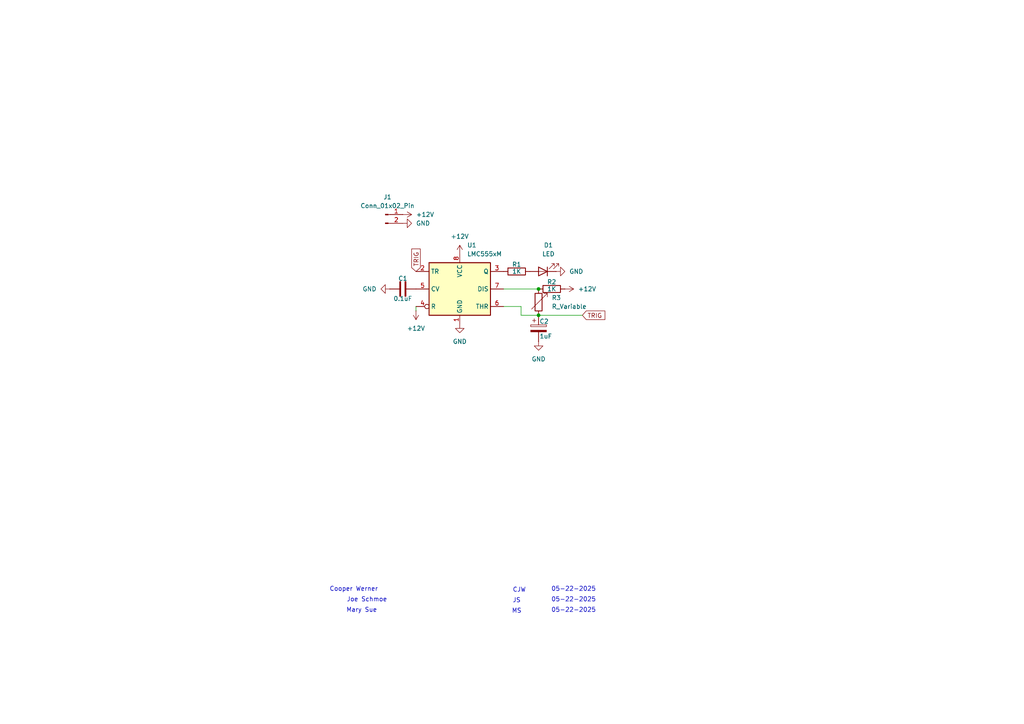
<source format=kicad_sch>
(kicad_sch (version 20250114) (generator "eeschema") (generator_version "9.0")
  (paper "A4")
  (title_block (title "555 LED Blinker") (date "2025-05-22") (rev "1") (comment 1 "This is a Comment.") (comment 2 "This schematic looks good!"))
  (lib_symbols
    (symbol "Connector:Conn_01x02_Pin" (pin_names (offset 1.016) (hide yes))
      (property "Reference" "J" (at 0 2.54 0))
      (property "Value" "Conn_01x02_Pin" (at 0 -5.08 0))
      (symbol "Conn_01x02_Pin_1_1"
        (rectangle (start 0.8636 0.127) (end 0 -0.127) (stroke (width 0.1524)) (fill (type outline)))
        (rectangle (start 0.8636 -2.413) (end 0 -2.667) (stroke (width 0.1524)) (fill (type outline)))
        (polyline (pts (xy 1.27 0) (xy 0.8636 0)) (stroke (width 0.1524)))
        (polyline (pts (xy 1.27 -2.54) (xy 0.8636 -2.54)) (stroke (width 0.1524)))
        (pin passive line (at 5.08 0 180) (length 3.81) (name "Pin_1") (number "1"))
        (pin passive line (at 5.08 -2.54 180) (length 3.81) (name "Pin_2") (number "2"))
      )
    )
    (symbol "Device:C" (pin_numbers (hide yes)) (pin_names (offset 0.254))
      (property "Reference" "C" (at 0.635 2.54 0))
      (property "Value" "C" (at 0.635 -2.54 0))
      (symbol "C_0_1"
        (polyline (pts (xy -2.032 0.762) (xy 2.032 0.762)) (stroke (width 0.508)))
        (polyline (pts (xy -2.032 -0.762) (xy 2.032 -0.762)) (stroke (width 0.508)))
      )
      (symbol "C_1_1"
        (pin passive line (at 0 3.81 270) (length 2.794) (name "~") (number "1"))
        (pin passive line (at 0 -3.81 90) (length 2.794) (name "~") (number "2"))
      )
    )
    (symbol "Device:C_Polarized" (pin_numbers (hide yes)) (pin_names (offset 0.254))
      (property "Reference" "C" (at 0.635 2.54 0))
      (property "Value" "C_Polarized" (at 0.635 -2.54 0))
      (symbol "C_Polarized_0_1"
        (rectangle (start -2.286 0.508) (end 2.286 1.016))
        (polyline (pts (xy -1.778 2.286) (xy -0.762 2.286)))
        (polyline (pts (xy -1.27 2.794) (xy -1.27 1.778)))
        (rectangle (start 2.286 -0.508) (end -2.286 -1.016) (fill (type outline)))
      )
      (symbol "C_Polarized_1_1"
        (pin passive line (at 0 3.81 270) (length 2.794) (name "~") (number "1"))
        (pin passive line (at 0 -3.81 90) (length 2.794) (name "~") (number "2"))
      )
    )
    (symbol "Device:LED" (pin_numbers (hide yes)) (pin_names (offset 1.016) (hide yes))
      (property "Reference" "D" (at 0 2.54 0))
      (property "Value" "LED" (at 0 -2.54 0))
      (symbol "LED_0_1"
        (polyline (pts (xy -3.048 -0.762) (xy -4.572 -2.286) (xy -3.81 -2.286) (xy -4.572 -2.286) (xy -4.572 -1.524)))
        (polyline (pts (xy -1.778 -0.762) (xy -3.302 -2.286) (xy -2.54 -2.286) (xy -3.302 -2.286) (xy -3.302 -1.524)))
        (polyline (pts (xy -1.27 0) (xy 1.27 0)))
        (polyline (pts (xy -1.27 -1.27) (xy -1.27 1.27)) (stroke (width 0.254)))
        (polyline (pts (xy 1.27 -1.27) (xy 1.27 1.27) (xy -1.27 0) (xy 1.27 -1.27)) (stroke (width 0.254)))
      )
      (symbol "LED_1_1"
        (pin passive line (at -3.81 0 0) (length 2.54) (name "K") (number "1"))
        (pin passive line (at 3.81 0 180) (length 2.54) (name "A") (number "2"))
      )
    )
    (symbol "Device:R" (pin_numbers (hide yes)) (pin_names (offset 0))
      (property "Reference" "R" (at 2.032 0 90))
      (property "Value" "R" (at 0 0 90))
      (symbol "R_0_1"
        (rectangle (start -1.016 -2.54) (end 1.016 2.54) (stroke (width 0.254)))
      )
      (symbol "R_1_1"
        (pin passive line (at 0 3.81 270) (length 1.27) (name "~") (number "1"))
        (pin passive line (at 0 -3.81 90) (length 1.27) (name "~") (number "2"))
      )
    )
    (symbol "Device:R_Variable" (pin_numbers (hide yes)) (pin_names (offset 0))
      (property "Reference" "R" (at 2.54 -2.54 90))
      (property "Value" "R_Variable" (at -2.54 -1.27 90))
      (symbol "R_Variable_0_1"
        (rectangle (start -1.016 -2.54) (end 1.016 2.54) (stroke (width 0.254)))
        (polyline (pts (xy 2.54 1.524) (xy 2.54 2.54) (xy 1.524 2.54) (xy 2.54 2.54) (xy -2.032 -2.032)))
      )
      (symbol "R_Variable_1_1"
        (pin passive line (at 0 3.81 270) (length 1.27) (name "~") (number "1"))
        (pin passive line (at 0 -3.81 90) (length 1.27) (name "~") (number "2"))
      )
    )
    (symbol "Timer:LMC555xM"
      (property "Reference" "U" (at -10.16 8.89 0))
      (property "Value" "LMC555xM" (at 2.54 8.89 0))
      (symbol "LMC555xM_0_0"
        (pin power_in line (at 0 10.16 270) (length 2.54) (name "VCC") (number "8"))
        (pin power_in line (at 0 -10.16 90) (length 2.54) (name "GND") (number "1"))
      )
      (symbol "LMC555xM_0_1"
        (rectangle (start -8.89 -7.62) (end 8.89 7.62) (stroke (width 0.254)) (fill (type background)))
        (rectangle (start -8.89 -7.62) (end 8.89 7.62) (stroke (width 0.254)) (fill (type background)))
      )
      (symbol "LMC555xM_1_1"
        (pin input line (at -12.7 5.08 0) (length 3.81) (name "TR") (number "2"))
        (pin input line (at -12.7 0 0) (length 3.81) (name "CV") (number "5"))
        (pin input inverted (at -12.7 -5.08 0) (length 3.81) (name "R") (number "4"))
        (pin output line (at 12.7 5.08 180) (length 3.81) (name "Q") (number "3"))
        (pin input line (at 12.7 0 180) (length 3.81) (name "DIS") (number "7"))
        (pin input line (at 12.7 -5.08 180) (length 3.81) (name "THR") (number "6"))
      )
    )
    (symbol "power:+12V" (power) (pin_numbers (hide yes)) (pin_names (offset 0) (hide yes))
      (property "Value" "+12V" (at 0 3.556 0))
      (symbol "+12V_0_1"
        (polyline (pts (xy -0.762 1.27) (xy 0 2.54)))
        (polyline (pts (xy 0 2.54) (xy 0.762 1.27)))
        (polyline (pts (xy 0 0) (xy 0 2.54)))
      )
      (symbol "+12V_1_1"
        (pin power_in line (at 0 0 90) (length 0) (name "~") (number "1"))
      )
    )
    (symbol "power:GND" (power) (pin_numbers (hide yes)) (pin_names (offset 0) (hide yes))
      (property "Value" "GND" (at 0 -3.81 0))
      (symbol "GND_0_1"
        (polyline (pts (xy 0 0) (xy 0 -1.27) (xy 1.27 -1.27) (xy 0 -2.54) (xy -1.27 -1.27) (xy 0 -1.27)))
      )
      (symbol "GND_1_1"
        (pin power_in line (at 0 0 270) (length 0) (name "~") (number "1"))
      )
    )
  )
  (text "CJW" (at 150.622 171.196 0) (effects (font (size 1.27 1.27))))
  (text "05-22-2025" (at 166.37 177.038 0) (effects (font (size 1.27 1.27))))
  (text "05-22-2025" (at 166.37 170.942 0) (effects (font (size 1.27 1.27))))
  (text "Mary Sue" (at 104.902 177.038 0) (effects (font (size 1.27 1.27))))
  (text "JS" (at 149.86 174.244 0) (effects (font (size 1.27 1.27))))
  (text "MS" (at 149.86 177.292 0) (effects (font (size 1.27 1.27))))
  (text "05-22-2025" (at 166.37 173.99 0) (effects (font (size 1.27 1.27))))
  (text "Joe Schmoe" (at 106.426 173.99 0) (effects (font (size 1.27 1.27))))
  (text "Cooper Werner" (at 102.616 170.942 0) (effects (font (size 1.27 1.27))))
  (junction (at 156.21 91.44))
  (junction (at 156.21 83.82))
  (wire (pts (xy 156.21 91.44) (xy 168.91 91.44)))
  (wire (pts (xy 151.13 91.44) (xy 156.21 91.44)))
  (wire (pts (xy 120.65 90.17) (xy 120.65 88.9)))
  (wire (pts (xy 151.13 88.9) (xy 151.13 91.44)))
  (wire (pts (xy 146.05 83.82) (xy 156.21 83.82)))
  (wire (pts (xy 146.05 88.9) (xy 151.13 88.9)))
  (global_label "TRIG" (shape input) (at 120.65 78.74 90) (property "Intersheetrefs" "${INTERSHEET_REFS}" (effects (hide yes))))
  (global_label "TRIG" (shape input) (at 168.91 91.44 0) (property "Intersheetrefs" "${INTERSHEET_REFS}" (effects (hide yes))))
  (symbol (lib_id "Timer:LMC555xM") (at 133.35 83.82 0) (unit 1)
    (property "Reference" "U1" (at 135.4933 71.12 0) (effects (justify left)))
    (property "Value" "LMC555xM" (at 135.4933 73.66 0) (effects (justify left)))
    (property "Footprint" "Package_SO:SOIC-8_3.9x4.9mm_P1.27mm" (effects (hide yes)))
    (property "Datasheet" "http://www.ti.com/lit/ds/symlink/lmc555.pdf" (effects (hide yes)))
    (property "Description" "CMOS Timer, 555 compatible, SOIC-8" (effects (hide yes)))
  )
  (symbol (lib_id "power:GND") (at 116.84 64.77 90) (unit 1)
    (property "Reference" "#PWR09" (effects (hide yes)))
    (property "Value" "GND" (at 120.65 64.7699 90) (effects (justify right)))
    (property "Description" "Power symbol creates a global label with name \"GND\" , ground" (effects (hide yes)))
  )
  (symbol (lib_id "power:+12V") (at 116.84 62.23 270) (unit 1)
    (property "Reference" "#PWR08" (effects (hide yes)))
    (property "Value" "+12V" (at 120.65 62.2299 90) (effects (justify left)))
    (property "Description" "Power symbol creates a global label with name \"+12V\"" (effects (hide yes)))
  )
  (symbol (lib_id "power:+12V") (at 120.65 90.17 180) (unit 1)
    (property "Reference" "#PWR05" (effects (hide yes)))
    (property "Value" "+12V" (at 120.65 95.25 0))
    (property "Description" "Power symbol creates a global label with name \"+12V\"" (effects (hide yes)))
  )
  (symbol (lib_id "Device:C") (at 116.84 83.82 90) (unit 1)
    (property "Reference" "C1" (at 116.84 80.772 90))
    (property "Value" "0.1uF" (at 116.84 86.614 90))
    (property "Footprint" "Capacitor_SMD:C_0402_1005Metric" (effects (hide yes)))
    (property "Description" "Unpolarized capacitor" (effects (hide yes)))
  )
  (symbol (lib_id "power:GND") (at 133.35 93.98 0) (unit 1)
    (property "Reference" "#PWR03" (effects (hide yes)))
    (property "Value" "GND" (at 133.35 99.06 0))
    (property "Description" "Power symbol creates a global label with name \"GND\" , ground" (effects (hide yes)))
  )
  (symbol (lib_id "Device:C_Polarized") (at 156.21 95.25 0) (unit 1)
    (property "Reference" "C2" (at 156.464 93.218 0) (effects (justify left)))
    (property "Value" "1uF" (at 156.464 97.536 0) (effects (justify left)))
    (property "Footprint" "Capacitor_SMD:CP_Elec_4x4.5" (effects (hide yes)))
    (property "Description" "Polarized capacitor" (effects (hide yes)))
  )
  (symbol (lib_id "Device:R") (at 149.86 78.74 90) (unit 1)
    (property "Reference" "R1" (at 149.86 76.708 90))
    (property "Value" "1K" (at 149.86 78.74 90))
    (property "Footprint" "Resistor_SMD:R_0402_1005Metric" (effects (hide yes)))
    (property "Description" "Resistor" (effects (hide yes)))
  )
  (symbol (lib_id "Device:R") (at 160.02 83.82 90) (unit 1)
    (property "Reference" "R2" (at 160.02 81.788 90))
    (property "Value" "1K" (at 160.02 83.82 90))
    (property "Footprint" "Resistor_SMD:R_0402_1005Metric" (effects (hide yes)))
    (property "Description" "Resistor" (effects (hide yes)))
  )
  (symbol (lib_id "power:+12V") (at 163.83 83.82 270) (unit 1)
    (property "Reference" "#PWR07" (effects (hide yes)))
    (property "Value" "+12V" (at 167.64 83.8199 90) (effects (justify left)))
    (property "Description" "Power symbol creates a global label with name \"+12V\"" (effects (hide yes)))
  )
  (symbol (lib_id "power:+12V") (at 133.35 73.66 0) (unit 1)
    (property "Reference" "#PWR06" (effects (hide yes)))
    (property "Value" "+12V" (at 133.35 68.58 0))
    (property "Description" "Power symbol creates a global label with name \"+12V\"" (effects (hide yes)))
  )
  (symbol (lib_id "Device:R_Variable") (at 156.21 87.63 0) (unit 1)
    (property "Reference" "R3" (at 160.02 86.3599 0) (effects (justify left)))
    (property "Value" "R_Variable" (at 160.02 88.8999 0) (effects (justify left)))
    (property "Footprint" "Potentiometer_THT:Potentiometer_Bourns_3386P_Vertical" (effects (hide yes)))
    (property "Description" "Variable resistor" (effects (hide yes)))
  )
  (symbol (lib_id "power:GND") (at 161.29 78.74 90) (unit 1)
    (property "Reference" "#PWR01" (effects (hide yes)))
    (property "Value" "GND" (at 165.1 78.7399 90) (effects (justify right)))
    (property "Description" "Power symbol creates a global label with name \"GND\" , ground" (effects (hide yes)))
  )
  (symbol (lib_id "Device:LED") (at 157.48 78.74 180) (unit 1)
    (property "Reference" "D1" (at 159.0675 71.12 0))
    (property "Value" "LED" (at 159.0675 73.66 0))
    (property "Footprint" "LED_SMD:LED_0402_1005Metric" (effects (hide yes)))
    (property "Description" "Light emitting diode" (effects (hide yes)))
    (property "Sim.Pins" "1=K 2=A" (effects (hide yes)))
  )
  (symbol (lib_id "Connector:Conn_01x02_Pin") (at 111.76 62.23 0) (unit 1)
    (property "Reference" "J1" (at 112.395 57.15 0))
    (property "Value" "Conn_01x02_Pin" (at 112.395 59.69 0))
    (property "Footprint" "Connector_PinHeader_2.54mm:PinHeader_1x02_P2.54mm_Vertical" (effects (hide yes)))
    (property "Description" "Generic connector, single row, 01x02, script generated" (effects (hide yes)))
  )
  (symbol (lib_id "power:GND") (at 113.03 83.82 270) (unit 1)
    (property "Reference" "#PWR04" (effects (hide yes)))
    (property "Value" "GND" (at 109.22 83.8199 90) (effects (justify right)))
    (property "Description" "Power symbol creates a global label with name \"GND\" , ground" (effects (hide yes)))
  )
  (symbol (lib_id "power:GND") (at 156.21 99.06 0) (unit 1)
    (property "Reference" "#PWR02" (effects (hide yes)))
    (property "Value" "GND" (at 156.21 104.14 0))
    (property "Description" "Power symbol creates a global label with name \"GND\" , ground" (effects (hide yes)))
  )
)
</source>
